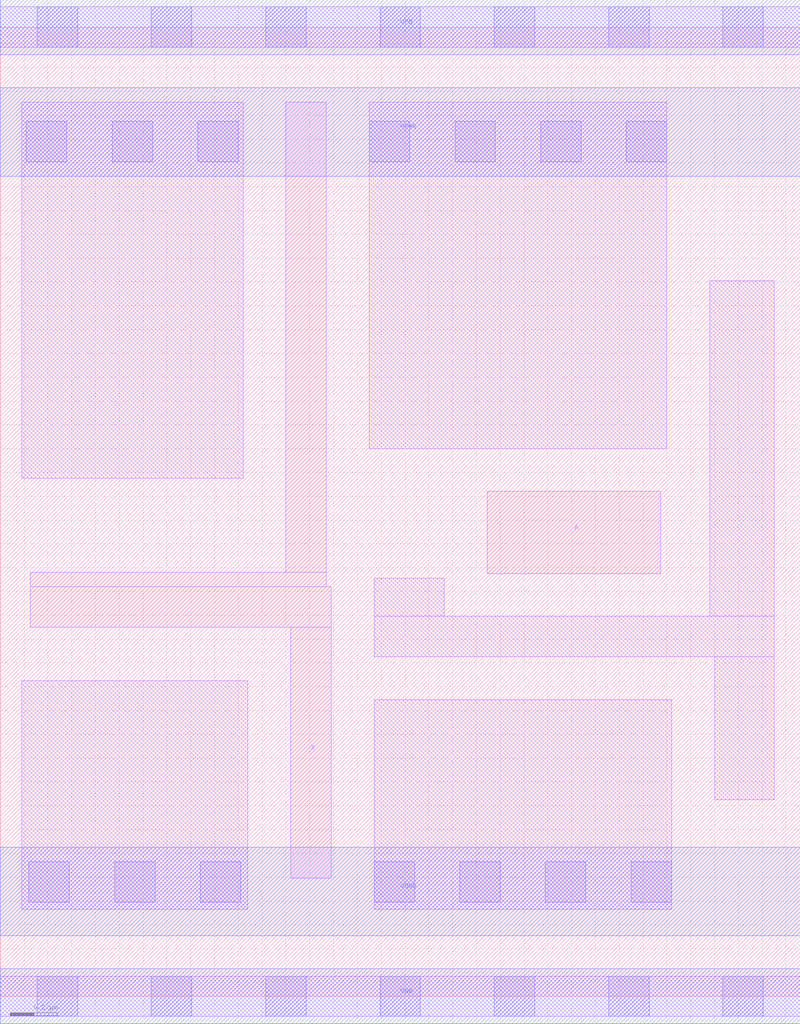
<source format=lef>
# Copyright 2020 The SkyWater PDK Authors
#
# Licensed under the Apache License, Version 2.0 (the "License");
# you may not use this file except in compliance with the License.
# You may obtain a copy of the License at
#
#     https://www.apache.org/licenses/LICENSE-2.0
#
# Unless required by applicable law or agreed to in writing, software
# distributed under the License is distributed on an "AS IS" BASIS,
# WITHOUT WARRANTIES OR CONDITIONS OF ANY KIND, either express or implied.
# See the License for the specific language governing permissions and
# limitations under the License.
#
# SPDX-License-Identifier: Apache-2.0

VERSION 5.5 ;
NAMESCASESENSITIVE ON ;
BUSBITCHARS "[]" ;
DIVIDERCHAR "/" ;
SITE unithvdbl
    SYMMETRY y  ;
    CLASS CORE  ;
    SIZE  0.480 BY 8.140 ;
END unithvdbl
MACRO sky130_fd_sc_hvl__buf_2
  CLASS CORE ;
  SOURCE USER ;
  ORIGIN  0.000000  0.000000 ;
  SIZE  3.360000 BY  4.070000 ;
  SYMMETRY X Y ;
  SITE unithv ;
  PIN A
    ANTENNAGATEAREA  0.585000 ;
    DIRECTION INPUT ;
    USE SIGNAL ;
    PORT
      LAYER li1 ;
        RECT 2.045000 1.775000 2.775000 2.120000 ;
    END
  END A
  PIN X
    ANTENNADIFFAREA  0.630000 ;
    DIRECTION OUTPUT ;
    USE SIGNAL ;
    PORT
      LAYER li1 ;
        RECT 0.125000 1.550000 1.390000 1.720000 ;
        RECT 0.125000 1.720000 1.370000 1.780000 ;
        RECT 1.200000 1.780000 1.370000 3.755000 ;
        RECT 1.220000 0.495000 1.390000 1.550000 ;
    END
  END X
  PIN VGND
    DIRECTION INOUT ;
    USE GROUND ;
    PORT
      LAYER met1 ;
        RECT 0.000000 0.255000 3.360000 0.625000 ;
    END
  END VGND
  PIN VNB
    DIRECTION INOUT ;
    USE GROUND ;
    PORT
      LAYER met1 ;
        RECT 0.000000 -0.115000 3.360000 0.115000 ;
    END
  END VNB
  PIN VPB
    DIRECTION INOUT ;
    USE POWER ;
    PORT
      LAYER met1 ;
        RECT 0.000000 3.955000 3.360000 4.185000 ;
    END
  END VPB
  PIN VPWR
    DIRECTION INOUT ;
    USE POWER ;
    PORT
      LAYER met1 ;
        RECT 0.000000 3.445000 3.360000 3.815000 ;
    END
  END VPWR
  OBS
    LAYER li1 ;
      RECT 0.000000 -0.085000 3.360000 0.085000 ;
      RECT 0.000000  3.985000 3.360000 4.155000 ;
      RECT 0.090000  0.365000 1.040000 1.325000 ;
      RECT 0.090000  2.175000 1.020000 3.755000 ;
      RECT 1.550000  2.300000 2.800000 3.755000 ;
      RECT 1.570000  0.365000 2.820000 1.245000 ;
      RECT 1.570000  1.425000 3.250000 1.595000 ;
      RECT 1.570000  1.595000 1.865000 1.755000 ;
      RECT 2.980000  1.595000 3.250000 3.005000 ;
      RECT 3.000000  0.825000 3.250000 1.425000 ;
    LAYER mcon ;
      RECT 0.110000  3.505000 0.280000 3.675000 ;
      RECT 0.120000  0.395000 0.290000 0.565000 ;
      RECT 0.155000 -0.085000 0.325000 0.085000 ;
      RECT 0.155000 -0.085000 0.325000 0.085000 ;
      RECT 0.155000  3.985000 0.325000 4.155000 ;
      RECT 0.155000  3.985000 0.325000 4.155000 ;
      RECT 0.470000  3.505000 0.640000 3.675000 ;
      RECT 0.480000  0.395000 0.650000 0.565000 ;
      RECT 0.635000 -0.085000 0.805000 0.085000 ;
      RECT 0.635000 -0.085000 0.805000 0.085000 ;
      RECT 0.635000  3.985000 0.805000 4.155000 ;
      RECT 0.635000  3.985000 0.805000 4.155000 ;
      RECT 0.830000  3.505000 1.000000 3.675000 ;
      RECT 0.840000  0.395000 1.010000 0.565000 ;
      RECT 1.115000 -0.085000 1.285000 0.085000 ;
      RECT 1.115000 -0.085000 1.285000 0.085000 ;
      RECT 1.115000  3.985000 1.285000 4.155000 ;
      RECT 1.115000  3.985000 1.285000 4.155000 ;
      RECT 1.550000  3.505000 1.720000 3.675000 ;
      RECT 1.570000  0.395000 1.740000 0.565000 ;
      RECT 1.595000 -0.085000 1.765000 0.085000 ;
      RECT 1.595000 -0.085000 1.765000 0.085000 ;
      RECT 1.595000  3.985000 1.765000 4.155000 ;
      RECT 1.595000  3.985000 1.765000 4.155000 ;
      RECT 1.910000  3.505000 2.080000 3.675000 ;
      RECT 1.930000  0.395000 2.100000 0.565000 ;
      RECT 2.075000 -0.085000 2.245000 0.085000 ;
      RECT 2.075000 -0.085000 2.245000 0.085000 ;
      RECT 2.075000  3.985000 2.245000 4.155000 ;
      RECT 2.075000  3.985000 2.245000 4.155000 ;
      RECT 2.270000  3.505000 2.440000 3.675000 ;
      RECT 2.290000  0.395000 2.460000 0.565000 ;
      RECT 2.555000 -0.085000 2.725000 0.085000 ;
      RECT 2.555000 -0.085000 2.725000 0.085000 ;
      RECT 2.555000  3.985000 2.725000 4.155000 ;
      RECT 2.555000  3.985000 2.725000 4.155000 ;
      RECT 2.630000  3.505000 2.800000 3.675000 ;
      RECT 2.650000  0.395000 2.820000 0.565000 ;
      RECT 3.035000 -0.085000 3.205000 0.085000 ;
      RECT 3.035000 -0.085000 3.205000 0.085000 ;
      RECT 3.035000  3.985000 3.205000 4.155000 ;
      RECT 3.035000  3.985000 3.205000 4.155000 ;
  END
END sky130_fd_sc_hvl__buf_2
END LIBRARY

</source>
